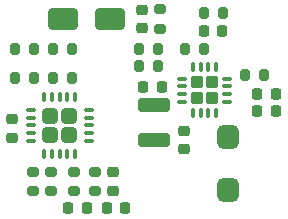
<source format=gtp>
%TF.GenerationSoftware,KiCad,Pcbnew,8.0.7*%
%TF.CreationDate,2024-12-30T16:44:34+01:00*%
%TF.ProjectId,arnie48,61726e69-6534-4382-9e6b-696361645f70,rev?*%
%TF.SameCoordinates,Original*%
%TF.FileFunction,Paste,Top*%
%TF.FilePolarity,Positive*%
%FSLAX46Y46*%
G04 Gerber Fmt 4.6, Leading zero omitted, Abs format (unit mm)*
G04 Created by KiCad (PCBNEW 8.0.7) date 2024-12-30 16:44:34*
%MOMM*%
%LPD*%
G01*
G04 APERTURE LIST*
G04 Aperture macros list*
%AMRoundRect*
0 Rectangle with rounded corners*
0 $1 Rounding radius*
0 $2 $3 $4 $5 $6 $7 $8 $9 X,Y pos of 4 corners*
0 Add a 4 corners polygon primitive as box body*
4,1,4,$2,$3,$4,$5,$6,$7,$8,$9,$2,$3,0*
0 Add four circle primitives for the rounded corners*
1,1,$1+$1,$2,$3*
1,1,$1+$1,$4,$5*
1,1,$1+$1,$6,$7*
1,1,$1+$1,$8,$9*
0 Add four rect primitives between the rounded corners*
20,1,$1+$1,$2,$3,$4,$5,0*
20,1,$1+$1,$4,$5,$6,$7,0*
20,1,$1+$1,$6,$7,$8,$9,0*
20,1,$1+$1,$8,$9,$2,$3,0*%
G04 Aperture macros list end*
%ADD10RoundRect,0.225000X0.225000X0.250000X-0.225000X0.250000X-0.225000X-0.250000X0.225000X-0.250000X0*%
%ADD11RoundRect,0.200000X0.275000X-0.200000X0.275000X0.200000X-0.275000X0.200000X-0.275000X-0.200000X0*%
%ADD12RoundRect,0.218750X0.218750X0.256250X-0.218750X0.256250X-0.218750X-0.256250X0.218750X-0.256250X0*%
%ADD13RoundRect,0.200000X-0.200000X-0.275000X0.200000X-0.275000X0.200000X0.275000X-0.200000X0.275000X0*%
%ADD14RoundRect,0.200000X0.200000X0.275000X-0.200000X0.275000X-0.200000X-0.275000X0.200000X-0.275000X0*%
%ADD15RoundRect,0.250000X-0.405000X-0.405000X0.405000X-0.405000X0.405000X0.405000X-0.405000X0.405000X0*%
%ADD16RoundRect,0.075000X-0.337500X-0.075000X0.337500X-0.075000X0.337500X0.075000X-0.337500X0.075000X0*%
%ADD17RoundRect,0.075000X-0.075000X-0.337500X0.075000X-0.337500X0.075000X0.337500X-0.075000X0.337500X0*%
%ADD18RoundRect,0.250000X-0.275000X-0.275000X0.275000X-0.275000X0.275000X0.275000X-0.275000X0.275000X0*%
%ADD19RoundRect,0.450000X-0.450000X0.550000X-0.450000X-0.550000X0.450000X-0.550000X0.450000X0.550000X0*%
%ADD20RoundRect,0.200000X-0.275000X0.200000X-0.275000X-0.200000X0.275000X-0.200000X0.275000X0.200000X0*%
%ADD21RoundRect,0.218750X0.256250X-0.218750X0.256250X0.218750X-0.256250X0.218750X-0.256250X-0.218750X0*%
%ADD22RoundRect,0.225000X-0.250000X0.225000X-0.250000X-0.225000X0.250000X-0.225000X0.250000X0.225000X0*%
%ADD23RoundRect,0.250000X1.000000X0.650000X-1.000000X0.650000X-1.000000X-0.650000X1.000000X-0.650000X0*%
%ADD24RoundRect,0.218750X-0.218750X-0.256250X0.218750X-0.256250X0.218750X0.256250X-0.218750X0.256250X0*%
%ADD25RoundRect,0.250000X-1.100000X0.325000X-1.100000X-0.325000X1.100000X-0.325000X1.100000X0.325000X0*%
G04 APERTURE END LIST*
D10*
%TO.C,C7*%
X93775000Y-108000000D03*
X92225000Y-108000000D03*
%TD*%
D11*
%TO.C,R12*%
X88500000Y-107825000D03*
X88500000Y-106175000D03*
%TD*%
D12*
%TO.C,D4*%
X85537500Y-123000000D03*
X83962500Y-123000000D03*
%TD*%
D13*
%TO.C,R11*%
X95675000Y-111750000D03*
X97325000Y-111750000D03*
%TD*%
D10*
%TO.C,C8*%
X98275000Y-113300000D03*
X96725000Y-113300000D03*
%TD*%
D14*
%TO.C,R9*%
X88325000Y-111000000D03*
X86675000Y-111000000D03*
%TD*%
D15*
%TO.C,U1*%
X79190000Y-115190000D03*
X79190000Y-116810000D03*
X80810000Y-115190000D03*
X80810000Y-116810000D03*
D16*
X77562500Y-114700000D03*
X77562500Y-115350000D03*
X77562500Y-116000000D03*
X77562500Y-116650000D03*
X77562500Y-117300000D03*
D17*
X78700000Y-118437500D03*
X79350000Y-118437500D03*
X80000000Y-118437500D03*
X80650000Y-118437500D03*
X81300000Y-118437500D03*
D16*
X82437500Y-117300000D03*
X82437500Y-116650000D03*
X82437500Y-116000000D03*
X82437500Y-115350000D03*
X82437500Y-114700000D03*
D17*
X81300000Y-113562500D03*
X80650000Y-113562500D03*
X80000000Y-113562500D03*
X79350000Y-113562500D03*
X78700000Y-113562500D03*
%TD*%
D18*
%TO.C,U2*%
X91600000Y-112350000D03*
X91600000Y-113650000D03*
X92900000Y-112350000D03*
X92900000Y-113650000D03*
D16*
X90312500Y-112025000D03*
X90312500Y-112675000D03*
X90312500Y-113325000D03*
X90312500Y-113975000D03*
D17*
X91275000Y-114937500D03*
X91925000Y-114937500D03*
X92575000Y-114937500D03*
X93225000Y-114937500D03*
D16*
X94187500Y-113975000D03*
X94187500Y-113325000D03*
X94187500Y-112675000D03*
X94187500Y-112025000D03*
D17*
X93225000Y-111062500D03*
X92575000Y-111062500D03*
X91925000Y-111062500D03*
X91275000Y-111062500D03*
%TD*%
D14*
%TO.C,R14*%
X92225000Y-109500000D03*
X90575000Y-109500000D03*
%TD*%
D19*
%TO.C,L1*%
X94250000Y-117000000D03*
X94250000Y-121500000D03*
%TD*%
D11*
%TO.C,R8*%
X83000000Y-121575000D03*
X83000000Y-119925000D03*
%TD*%
D14*
%TO.C,R13*%
X93825000Y-106500000D03*
X92175000Y-106500000D03*
%TD*%
D20*
%TO.C,R6*%
X77750000Y-119925000D03*
X77750000Y-121575000D03*
%TD*%
D13*
%TO.C,R10*%
X86675000Y-109500000D03*
X88325000Y-109500000D03*
%TD*%
D10*
%TO.C,C6*%
X88625000Y-112700000D03*
X87075000Y-112700000D03*
%TD*%
D21*
%TO.C,D2*%
X87000000Y-107787500D03*
X87000000Y-106212500D03*
%TD*%
D22*
%TO.C,C2*%
X84500000Y-119975000D03*
X84500000Y-121525000D03*
%TD*%
D13*
%TO.C,R1*%
X76175000Y-109500000D03*
X77825000Y-109500000D03*
%TD*%
%TO.C,R3*%
X76175000Y-112000000D03*
X77825000Y-112000000D03*
%TD*%
D11*
%TO.C,R7*%
X81250000Y-121575000D03*
X81250000Y-119925000D03*
%TD*%
D13*
%TO.C,R2*%
X79425000Y-109500000D03*
X81075000Y-109500000D03*
%TD*%
D23*
%TO.C,D1*%
X84250000Y-107000000D03*
X80250000Y-107000000D03*
%TD*%
D20*
%TO.C,R5*%
X79250000Y-119925000D03*
X79250000Y-121575000D03*
%TD*%
D10*
%TO.C,C9*%
X98275000Y-114800000D03*
X96725000Y-114800000D03*
%TD*%
D22*
%TO.C,C5*%
X90500000Y-116475000D03*
X90500000Y-118025000D03*
%TD*%
D13*
%TO.C,R4*%
X79425000Y-112000000D03*
X81075000Y-112000000D03*
%TD*%
D24*
%TO.C,D3*%
X80712500Y-123000000D03*
X82287500Y-123000000D03*
%TD*%
D25*
%TO.C,C3*%
X88000000Y-114275000D03*
X88000000Y-117225000D03*
%TD*%
D22*
%TO.C,C1*%
X76000000Y-115475000D03*
X76000000Y-117025000D03*
%TD*%
M02*

</source>
